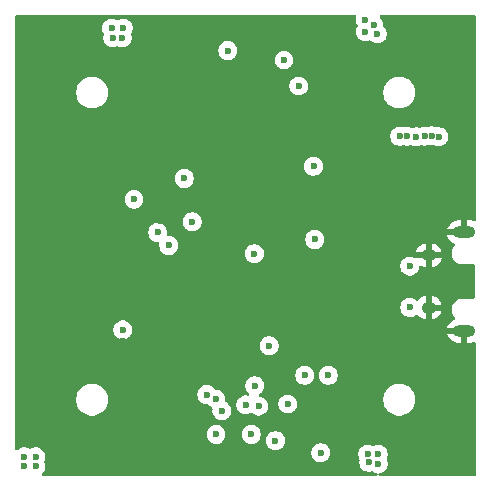
<source format=gbr>
%TF.GenerationSoftware,KiCad,Pcbnew,9.0.3*%
%TF.CreationDate,2025-08-28T18:14:40+08:00*%
%TF.ProjectId,STM_Board,53544d5f-426f-4617-9264-2e6b69636164,rev?*%
%TF.SameCoordinates,Original*%
%TF.FileFunction,Copper,L3,Inr*%
%TF.FilePolarity,Positive*%
%FSLAX46Y46*%
G04 Gerber Fmt 4.6, Leading zero omitted, Abs format (unit mm)*
G04 Created by KiCad (PCBNEW 9.0.3) date 2025-08-28 18:14:40*
%MOMM*%
%LPD*%
G01*
G04 APERTURE LIST*
%TA.AperFunction,HeatsinkPad*%
%ADD10O,1.900000X1.000000*%
%TD*%
%TA.AperFunction,HeatsinkPad*%
%ADD11O,1.250000X1.050000*%
%TD*%
%TA.AperFunction,ViaPad*%
%ADD12C,0.600000*%
%TD*%
G04 APERTURE END LIST*
D10*
%TO.N,GND*%
%TO.C,J1*%
X163694000Y-78175000D03*
D11*
X160694000Y-76225000D03*
X160694000Y-71775000D03*
D10*
X163694000Y-69825000D03*
%TD*%
D12*
%TO.N,GND*%
X159800000Y-75250000D03*
X163150000Y-57150000D03*
X135195000Y-76450000D03*
X162650000Y-57650000D03*
X127250000Y-53150000D03*
X162850000Y-52750000D03*
X140195000Y-82855000D03*
X134800000Y-79050000D03*
X129855231Y-88891616D03*
X134350000Y-70960000D03*
X137650000Y-77100000D03*
X147195000Y-85450000D03*
X150650000Y-87150000D03*
X126450000Y-53150000D03*
X144695000Y-61950000D03*
X149695000Y-59450000D03*
X129450000Y-63150000D03*
X159030144Y-89418728D03*
X131450000Y-52550000D03*
X128850000Y-88850000D03*
X139800000Y-59500000D03*
X157850000Y-52750000D03*
X129950000Y-89650000D03*
X146195000Y-88850000D03*
X132250000Y-52550000D03*
X161195000Y-79450000D03*
X142195000Y-68950000D03*
X163250000Y-58250000D03*
X158750000Y-52750000D03*
X146195000Y-61950000D03*
X133850000Y-88950000D03*
X163030144Y-88618728D03*
X163650000Y-51950000D03*
X162050000Y-58250000D03*
X134050000Y-89650000D03*
X138000000Y-68897646D03*
X134850000Y-88950000D03*
X157650000Y-51950000D03*
X161195000Y-68950000D03*
X144195000Y-89950000D03*
X131550000Y-53350000D03*
X127250000Y-52450000D03*
X132350000Y-53350000D03*
X129050000Y-89650000D03*
X163650000Y-52850000D03*
X162850000Y-54250000D03*
X162050000Y-57050000D03*
X152150000Y-68850000D03*
X162750000Y-52050000D03*
X151650000Y-89650000D03*
X163930144Y-88618728D03*
X158030144Y-88618728D03*
X136695000Y-71450000D03*
X158930144Y-88618728D03*
X134450000Y-66750000D03*
X163130144Y-89418728D03*
X134850000Y-89650000D03*
X153695000Y-67950000D03*
X158230144Y-89418728D03*
X126350000Y-52450000D03*
X158634304Y-51942746D03*
X153597500Y-71852500D03*
X163950000Y-89350000D03*
X151195000Y-82950000D03*
X143195000Y-59950000D03*
%TO.N,/IMU1/3V3*%
X147728550Y-87483550D03*
X151550000Y-88500000D03*
X141919265Y-83574265D03*
X142695000Y-86950000D03*
X151058626Y-70445000D03*
X149695000Y-57450000D03*
X134800000Y-78100000D03*
X135750000Y-67050000D03*
X143695000Y-54450000D03*
X150195000Y-81950000D03*
X140695000Y-68950000D03*
X138695000Y-70950000D03*
X140000000Y-65275000D03*
X145678152Y-86950000D03*
%TO.N,Net-(STM3V3-IN)*%
X150950000Y-64250000D03*
X148450000Y-55250000D03*
%TO.N,/STM32/BATT*%
X127450000Y-88850000D03*
X134750000Y-53350000D03*
X160950000Y-61650000D03*
X159650000Y-61750000D03*
X156050000Y-52250000D03*
X133850000Y-52550000D03*
X158250000Y-61700000D03*
X126450000Y-89650000D03*
X127450000Y-89650000D03*
X126450000Y-88850000D03*
X158850000Y-61700000D03*
X156430144Y-88618728D03*
X160350000Y-61700000D03*
X156350000Y-53050000D03*
X156430144Y-89418728D03*
X155350000Y-52850000D03*
X134850000Y-52550000D03*
X155530144Y-88618728D03*
X133950000Y-53350000D03*
X155630144Y-89318728D03*
X161550000Y-61750000D03*
X155350000Y-51850000D03*
%TO.N,/STM32/S3*%
X152195000Y-81950000D03*
X147195000Y-79450000D03*
%TO.N,Net-(U2-PC5)*%
X145963517Y-82822065D03*
X148775000Y-84375000D03*
%TO.N,/STM32/AP_CS*%
X146296000Y-84551000D03*
X142695000Y-83950000D03*
%TO.N,/STM32/AP_SCLK*%
X143195000Y-84950000D03*
X145200000Y-84450000D03*
%TO.N,/STM32/5V_USB1*%
X159100000Y-72700000D03*
X159100000Y-76200000D03*
%TO.N,/STM32/RX_SBUS*%
X137750000Y-69850000D03*
X145950000Y-71650000D03*
%TD*%
%TA.AperFunction,Conductor*%
%TO.N,GND*%
G36*
X154530484Y-51470185D02*
G01*
X154576239Y-51522989D01*
X154586183Y-51592147D01*
X154581159Y-51610411D01*
X154582031Y-51610676D01*
X154580261Y-51616510D01*
X154549500Y-51771153D01*
X154549500Y-51928846D01*
X154580261Y-52083489D01*
X154580264Y-52083501D01*
X154640602Y-52229172D01*
X154640609Y-52229185D01*
X154675304Y-52281109D01*
X154696182Y-52347786D01*
X154677698Y-52415167D01*
X154675304Y-52418891D01*
X154640609Y-52470814D01*
X154640602Y-52470827D01*
X154580264Y-52616498D01*
X154580261Y-52616510D01*
X154549500Y-52771153D01*
X154549500Y-52928846D01*
X154580261Y-53083489D01*
X154580264Y-53083501D01*
X154640602Y-53229172D01*
X154640609Y-53229185D01*
X154728210Y-53360288D01*
X154728213Y-53360292D01*
X154839707Y-53471786D01*
X154839711Y-53471789D01*
X154970814Y-53559390D01*
X154970827Y-53559397D01*
X155106158Y-53615452D01*
X155116503Y-53619737D01*
X155266131Y-53649500D01*
X155271153Y-53650499D01*
X155271156Y-53650500D01*
X155271158Y-53650500D01*
X155428844Y-53650500D01*
X155428845Y-53650499D01*
X155583497Y-53619737D01*
X155651315Y-53591645D01*
X155720782Y-53584177D01*
X155783261Y-53615452D01*
X155786447Y-53618526D01*
X155839707Y-53671786D01*
X155839711Y-53671789D01*
X155970814Y-53759390D01*
X155970827Y-53759397D01*
X156116498Y-53819735D01*
X156116503Y-53819737D01*
X156271153Y-53850499D01*
X156271156Y-53850500D01*
X156271158Y-53850500D01*
X156428844Y-53850500D01*
X156428845Y-53850499D01*
X156583497Y-53819737D01*
X156729179Y-53759394D01*
X156860289Y-53671789D01*
X156971789Y-53560289D01*
X157059394Y-53429179D01*
X157119737Y-53283497D01*
X157150500Y-53128842D01*
X157150500Y-52971158D01*
X157150500Y-52971155D01*
X157150499Y-52971153D01*
X157142149Y-52929174D01*
X157119737Y-52816503D01*
X157100953Y-52771153D01*
X157059397Y-52670827D01*
X157059390Y-52670814D01*
X156971790Y-52539712D01*
X156971789Y-52539711D01*
X156882502Y-52450424D01*
X156849019Y-52389104D01*
X156848569Y-52338547D01*
X156850500Y-52328841D01*
X156850500Y-52171155D01*
X156850499Y-52171153D01*
X156824353Y-52039711D01*
X156819737Y-52016503D01*
X156783427Y-51928842D01*
X156759397Y-51870827D01*
X156759390Y-51870814D01*
X156671789Y-51739711D01*
X156671786Y-51739707D01*
X156594260Y-51662181D01*
X156560775Y-51600858D01*
X156565759Y-51531166D01*
X156607631Y-51475233D01*
X156673095Y-51450816D01*
X156681941Y-51450500D01*
X164570500Y-51450500D01*
X164637539Y-51470185D01*
X164683294Y-51522989D01*
X164694500Y-51574500D01*
X164694500Y-68785052D01*
X164674815Y-68852091D01*
X164622011Y-68897846D01*
X164552853Y-68907790D01*
X164523048Y-68899614D01*
X164435684Y-68863428D01*
X164435681Y-68863427D01*
X164242495Y-68825000D01*
X163944000Y-68825000D01*
X163944000Y-69525000D01*
X163444000Y-69525000D01*
X163444000Y-68825000D01*
X163145504Y-68825000D01*
X162952318Y-68863427D01*
X162952306Y-68863430D01*
X162770328Y-68938807D01*
X162770315Y-68938814D01*
X162606537Y-69048248D01*
X162606533Y-69048251D01*
X162467251Y-69187533D01*
X162467248Y-69187537D01*
X162357814Y-69351315D01*
X162357807Y-69351328D01*
X162282430Y-69533307D01*
X162282430Y-69533309D01*
X162274138Y-69575000D01*
X163177012Y-69575000D01*
X163159795Y-69584940D01*
X163103940Y-69640795D01*
X163064444Y-69709204D01*
X163044000Y-69785504D01*
X163044000Y-69864496D01*
X163064444Y-69940796D01*
X163103940Y-70009205D01*
X163159795Y-70065060D01*
X163177012Y-70075000D01*
X162274138Y-70075000D01*
X162282430Y-70116690D01*
X162282430Y-70116692D01*
X162357807Y-70298671D01*
X162357814Y-70298684D01*
X162467248Y-70462462D01*
X162467251Y-70462466D01*
X162606533Y-70601748D01*
X162606537Y-70601751D01*
X162770315Y-70711185D01*
X162770328Y-70711192D01*
X162884280Y-70758392D01*
X162938684Y-70802233D01*
X162960749Y-70868527D01*
X162943470Y-70936226D01*
X162924510Y-70960634D01*
X162850115Y-71035029D01*
X162850113Y-71035032D01*
X162748833Y-71186608D01*
X162748831Y-71186612D01*
X162679068Y-71355037D01*
X162679065Y-71355047D01*
X162643500Y-71533843D01*
X162643500Y-71533846D01*
X162643500Y-71716154D01*
X162643500Y-71716156D01*
X162643499Y-71716156D01*
X162679065Y-71894952D01*
X162679068Y-71894962D01*
X162748831Y-72063387D01*
X162748833Y-72063391D01*
X162850113Y-72214967D01*
X162850119Y-72214975D01*
X162979024Y-72343880D01*
X162979032Y-72343886D01*
X163130608Y-72445166D01*
X163130612Y-72445168D01*
X163299037Y-72514931D01*
X163299042Y-72514933D01*
X163299046Y-72514933D01*
X163299047Y-72514934D01*
X163477843Y-72550500D01*
X163477846Y-72550500D01*
X163503108Y-72550500D01*
X164519500Y-72550500D01*
X164586539Y-72570185D01*
X164632294Y-72622989D01*
X164643500Y-72674500D01*
X164643500Y-75325500D01*
X164623815Y-75392539D01*
X164571011Y-75438294D01*
X164519500Y-75449500D01*
X163477844Y-75449500D01*
X163299047Y-75485065D01*
X163299037Y-75485068D01*
X163130612Y-75554831D01*
X163130608Y-75554833D01*
X162979032Y-75656113D01*
X162979024Y-75656119D01*
X162850119Y-75785024D01*
X162850113Y-75785032D01*
X162748833Y-75936608D01*
X162748831Y-75936612D01*
X162679068Y-76105037D01*
X162679065Y-76105047D01*
X162643500Y-76283843D01*
X162643500Y-76283846D01*
X162643500Y-76466154D01*
X162643500Y-76466156D01*
X162643499Y-76466156D01*
X162679065Y-76644952D01*
X162679068Y-76644962D01*
X162748831Y-76813387D01*
X162748833Y-76813391D01*
X162850113Y-76964967D01*
X162850119Y-76964975D01*
X162924509Y-77039365D01*
X162957994Y-77100688D01*
X162953010Y-77170380D01*
X162911138Y-77226313D01*
X162884281Y-77241607D01*
X162770325Y-77288809D01*
X162770315Y-77288814D01*
X162606537Y-77398248D01*
X162606533Y-77398251D01*
X162467251Y-77537533D01*
X162467248Y-77537537D01*
X162357814Y-77701315D01*
X162357807Y-77701328D01*
X162282430Y-77883307D01*
X162282430Y-77883309D01*
X162274138Y-77925000D01*
X163177012Y-77925000D01*
X163159795Y-77934940D01*
X163103940Y-77990795D01*
X163064444Y-78059204D01*
X163044000Y-78135504D01*
X163044000Y-78214496D01*
X163064444Y-78290796D01*
X163103940Y-78359205D01*
X163159795Y-78415060D01*
X163177012Y-78425000D01*
X162274138Y-78425000D01*
X162282430Y-78466690D01*
X162282430Y-78466692D01*
X162357807Y-78648671D01*
X162357814Y-78648684D01*
X162467248Y-78812462D01*
X162467251Y-78812466D01*
X162606533Y-78951748D01*
X162606537Y-78951751D01*
X162770315Y-79061185D01*
X162770328Y-79061192D01*
X162952306Y-79136569D01*
X162952318Y-79136572D01*
X163145504Y-79174999D01*
X163145508Y-79175000D01*
X163444000Y-79175000D01*
X163444000Y-78475000D01*
X163944000Y-78475000D01*
X163944000Y-79175000D01*
X164242492Y-79175000D01*
X164242495Y-79174999D01*
X164435681Y-79136572D01*
X164435689Y-79136570D01*
X164523047Y-79100386D01*
X164592517Y-79092917D01*
X164654996Y-79124192D01*
X164690648Y-79184281D01*
X164694500Y-79214947D01*
X164694500Y-90325500D01*
X164674815Y-90392539D01*
X164622011Y-90438294D01*
X164570500Y-90449500D01*
X156610324Y-90449500D01*
X156543285Y-90429815D01*
X156497530Y-90377011D01*
X156487586Y-90307853D01*
X156516611Y-90244297D01*
X156575389Y-90206523D01*
X156586133Y-90203883D01*
X156625038Y-90196143D01*
X156663641Y-90188465D01*
X156809323Y-90128122D01*
X156940433Y-90040517D01*
X157051933Y-89929017D01*
X157139538Y-89797907D01*
X157199881Y-89652225D01*
X157230644Y-89497570D01*
X157230644Y-89339886D01*
X157230644Y-89339883D01*
X157230643Y-89339881D01*
X157199881Y-89185231D01*
X157173603Y-89121789D01*
X157150569Y-89066180D01*
X157143100Y-88996711D01*
X157150569Y-88971276D01*
X157199879Y-88852229D01*
X157199881Y-88852225D01*
X157230644Y-88697570D01*
X157230644Y-88539886D01*
X157230644Y-88539883D01*
X157230643Y-88539881D01*
X157207027Y-88421158D01*
X157199881Y-88385231D01*
X157181026Y-88339711D01*
X157139541Y-88239555D01*
X157139534Y-88239542D01*
X157051933Y-88108439D01*
X157051930Y-88108435D01*
X156940436Y-87996941D01*
X156940432Y-87996938D01*
X156809329Y-87909337D01*
X156809316Y-87909330D01*
X156663645Y-87848992D01*
X156663633Y-87848989D01*
X156508989Y-87818228D01*
X156508986Y-87818228D01*
X156351302Y-87818228D01*
X156351299Y-87818228D01*
X156196654Y-87848989D01*
X156196642Y-87848992D01*
X156050966Y-87909332D01*
X156050964Y-87909333D01*
X156049029Y-87910627D01*
X156047861Y-87910992D01*
X156045595Y-87912204D01*
X156045365Y-87911773D01*
X155982350Y-87931501D01*
X155914971Y-87913013D01*
X155911259Y-87910627D01*
X155909323Y-87909333D01*
X155909321Y-87909332D01*
X155763645Y-87848992D01*
X155763633Y-87848989D01*
X155608989Y-87818228D01*
X155608986Y-87818228D01*
X155451302Y-87818228D01*
X155451299Y-87818228D01*
X155296654Y-87848989D01*
X155296642Y-87848992D01*
X155150971Y-87909330D01*
X155150958Y-87909337D01*
X155019855Y-87996938D01*
X155019851Y-87996941D01*
X154908357Y-88108435D01*
X154908354Y-88108439D01*
X154820753Y-88239542D01*
X154820746Y-88239555D01*
X154760408Y-88385226D01*
X154760405Y-88385238D01*
X154729644Y-88539881D01*
X154729644Y-88697574D01*
X154760405Y-88852217D01*
X154760408Y-88852229D01*
X154820746Y-88997899D01*
X154820753Y-88997912D01*
X154836159Y-89020968D01*
X154857037Y-89087645D01*
X154854674Y-89114051D01*
X154829644Y-89239883D01*
X154829644Y-89397574D01*
X154860405Y-89552217D01*
X154860408Y-89552229D01*
X154920746Y-89697900D01*
X154920753Y-89697913D01*
X155008354Y-89829016D01*
X155008357Y-89829020D01*
X155119851Y-89940514D01*
X155119855Y-89940517D01*
X155250958Y-90028118D01*
X155250971Y-90028125D01*
X155396642Y-90088463D01*
X155396647Y-90088465D01*
X155551297Y-90119227D01*
X155551300Y-90119228D01*
X155551302Y-90119228D01*
X155708988Y-90119228D01*
X155708989Y-90119227D01*
X155863641Y-90088465D01*
X155881407Y-90081105D01*
X155950874Y-90073637D01*
X155997750Y-90092565D01*
X156050965Y-90128122D01*
X156050967Y-90128123D01*
X156050971Y-90128125D01*
X156196642Y-90188463D01*
X156196647Y-90188465D01*
X156227419Y-90194586D01*
X156274155Y-90203883D01*
X156336066Y-90236268D01*
X156370641Y-90296984D01*
X156366901Y-90366753D01*
X156326034Y-90423425D01*
X156261016Y-90449006D01*
X156249964Y-90449500D01*
X128081941Y-90449500D01*
X128014902Y-90429815D01*
X127969147Y-90377011D01*
X127959203Y-90307853D01*
X127988228Y-90244297D01*
X127994260Y-90237819D01*
X128071786Y-90160292D01*
X128071789Y-90160289D01*
X128159394Y-90029179D01*
X128159834Y-90028118D01*
X128200882Y-89929017D01*
X128219737Y-89883497D01*
X128250500Y-89728842D01*
X128250500Y-89571158D01*
X128250500Y-89571155D01*
X128250499Y-89571153D01*
X128219738Y-89416510D01*
X128219737Y-89416503D01*
X128204500Y-89379717D01*
X128170425Y-89297452D01*
X128162956Y-89227983D01*
X128170425Y-89202548D01*
X128218019Y-89087645D01*
X128219737Y-89083497D01*
X128250500Y-88928842D01*
X128250500Y-88771158D01*
X128250500Y-88771155D01*
X128250499Y-88771153D01*
X128219737Y-88616503D01*
X128204138Y-88578844D01*
X128159394Y-88470820D01*
X128126207Y-88421153D01*
X150749500Y-88421153D01*
X150749500Y-88578846D01*
X150780261Y-88733489D01*
X150780264Y-88733501D01*
X150840602Y-88879172D01*
X150840609Y-88879185D01*
X150928210Y-89010288D01*
X150928213Y-89010292D01*
X151039707Y-89121786D01*
X151039711Y-89121789D01*
X151170814Y-89209390D01*
X151170827Y-89209397D01*
X151268853Y-89250000D01*
X151316503Y-89269737D01*
X151455835Y-89297452D01*
X151471153Y-89300499D01*
X151471156Y-89300500D01*
X151471158Y-89300500D01*
X151628844Y-89300500D01*
X151628845Y-89300499D01*
X151783497Y-89269737D01*
X151929179Y-89209394D01*
X152060289Y-89121789D01*
X152171789Y-89010289D01*
X152259394Y-88879179D01*
X152319737Y-88733497D01*
X152350500Y-88578842D01*
X152350500Y-88421158D01*
X152350500Y-88421155D01*
X152350499Y-88421153D01*
X152319738Y-88266510D01*
X152319737Y-88266503D01*
X152314262Y-88253285D01*
X152259397Y-88120827D01*
X152259390Y-88120814D01*
X152171789Y-87989711D01*
X152171786Y-87989707D01*
X152060292Y-87878213D01*
X152060288Y-87878210D01*
X151929185Y-87790609D01*
X151929172Y-87790602D01*
X151783501Y-87730264D01*
X151783489Y-87730261D01*
X151628845Y-87699500D01*
X151628842Y-87699500D01*
X151471158Y-87699500D01*
X151471155Y-87699500D01*
X151316510Y-87730261D01*
X151316498Y-87730264D01*
X151170827Y-87790602D01*
X151170814Y-87790609D01*
X151039711Y-87878210D01*
X151039707Y-87878213D01*
X150928213Y-87989707D01*
X150928210Y-87989711D01*
X150840609Y-88120814D01*
X150840602Y-88120827D01*
X150780264Y-88266498D01*
X150780261Y-88266510D01*
X150749500Y-88421153D01*
X128126207Y-88421153D01*
X128071789Y-88339711D01*
X128071786Y-88339707D01*
X127960292Y-88228213D01*
X127960288Y-88228210D01*
X127829185Y-88140609D01*
X127829172Y-88140602D01*
X127683501Y-88080264D01*
X127683489Y-88080261D01*
X127528845Y-88049500D01*
X127528842Y-88049500D01*
X127371158Y-88049500D01*
X127371155Y-88049500D01*
X127216510Y-88080261D01*
X127216498Y-88080264D01*
X127070827Y-88140602D01*
X127070814Y-88140609D01*
X127018891Y-88175304D01*
X126952214Y-88196182D01*
X126884833Y-88177698D01*
X126881109Y-88175304D01*
X126829185Y-88140609D01*
X126829172Y-88140602D01*
X126683501Y-88080264D01*
X126683489Y-88080261D01*
X126528845Y-88049500D01*
X126528842Y-88049500D01*
X126371158Y-88049500D01*
X126371155Y-88049500D01*
X126216510Y-88080261D01*
X126216498Y-88080264D01*
X126070827Y-88140602D01*
X126070814Y-88140609D01*
X125939711Y-88228210D01*
X125939707Y-88228213D01*
X125907181Y-88260740D01*
X125845858Y-88294225D01*
X125776166Y-88289241D01*
X125720233Y-88247369D01*
X125695816Y-88181905D01*
X125695500Y-88173059D01*
X125695500Y-86871153D01*
X141894500Y-86871153D01*
X141894500Y-87028846D01*
X141925261Y-87183489D01*
X141925264Y-87183501D01*
X141985602Y-87329172D01*
X141985609Y-87329185D01*
X142073210Y-87460288D01*
X142073213Y-87460292D01*
X142184707Y-87571786D01*
X142184711Y-87571789D01*
X142315814Y-87659390D01*
X142315827Y-87659397D01*
X142455018Y-87717051D01*
X142461503Y-87719737D01*
X142616153Y-87750499D01*
X142616156Y-87750500D01*
X142616158Y-87750500D01*
X142773844Y-87750500D01*
X142773845Y-87750499D01*
X142928497Y-87719737D01*
X143074179Y-87659394D01*
X143205289Y-87571789D01*
X143316789Y-87460289D01*
X143404394Y-87329179D01*
X143464737Y-87183497D01*
X143495500Y-87028842D01*
X143495500Y-86871158D01*
X143495500Y-86871155D01*
X143495499Y-86871153D01*
X144877652Y-86871153D01*
X144877652Y-87028846D01*
X144908413Y-87183489D01*
X144908416Y-87183501D01*
X144968754Y-87329172D01*
X144968761Y-87329185D01*
X145056362Y-87460288D01*
X145056365Y-87460292D01*
X145167859Y-87571786D01*
X145167863Y-87571789D01*
X145298966Y-87659390D01*
X145298979Y-87659397D01*
X145438170Y-87717051D01*
X145444655Y-87719737D01*
X145599305Y-87750499D01*
X145599308Y-87750500D01*
X145599310Y-87750500D01*
X145756996Y-87750500D01*
X145756997Y-87750499D01*
X145911649Y-87719737D01*
X146057331Y-87659394D01*
X146188441Y-87571789D01*
X146299941Y-87460289D01*
X146337082Y-87404703D01*
X146928050Y-87404703D01*
X146928050Y-87562396D01*
X146958811Y-87717039D01*
X146958814Y-87717051D01*
X147019152Y-87862722D01*
X147019159Y-87862735D01*
X147106760Y-87993838D01*
X147106763Y-87993842D01*
X147218257Y-88105336D01*
X147218261Y-88105339D01*
X147349364Y-88192940D01*
X147349377Y-88192947D01*
X147495048Y-88253285D01*
X147495053Y-88253287D01*
X147649703Y-88284049D01*
X147649706Y-88284050D01*
X147649708Y-88284050D01*
X147807394Y-88284050D01*
X147807395Y-88284049D01*
X147962047Y-88253287D01*
X148107729Y-88192944D01*
X148238839Y-88105339D01*
X148350339Y-87993839D01*
X148437944Y-87862729D01*
X148498287Y-87717047D01*
X148529050Y-87562392D01*
X148529050Y-87404708D01*
X148529050Y-87404705D01*
X148529049Y-87404703D01*
X148498287Y-87250053D01*
X148498285Y-87250048D01*
X148437947Y-87104377D01*
X148437940Y-87104364D01*
X148350339Y-86973261D01*
X148350336Y-86973257D01*
X148238842Y-86861763D01*
X148238838Y-86861760D01*
X148107735Y-86774159D01*
X148107722Y-86774152D01*
X147962051Y-86713814D01*
X147962039Y-86713811D01*
X147807395Y-86683050D01*
X147807392Y-86683050D01*
X147649708Y-86683050D01*
X147649705Y-86683050D01*
X147495060Y-86713811D01*
X147495048Y-86713814D01*
X147349377Y-86774152D01*
X147349364Y-86774159D01*
X147218261Y-86861760D01*
X147218257Y-86861763D01*
X147106763Y-86973257D01*
X147106760Y-86973261D01*
X147019159Y-87104364D01*
X147019152Y-87104377D01*
X146958814Y-87250048D01*
X146958811Y-87250060D01*
X146928050Y-87404703D01*
X146337082Y-87404703D01*
X146387546Y-87329179D01*
X146447889Y-87183497D01*
X146478652Y-87028842D01*
X146478652Y-86871158D01*
X146478652Y-86871155D01*
X146478651Y-86871153D01*
X146476783Y-86861760D01*
X146447889Y-86716503D01*
X146446774Y-86713811D01*
X146387549Y-86570827D01*
X146387542Y-86570814D01*
X146299941Y-86439711D01*
X146299938Y-86439707D01*
X146188444Y-86328213D01*
X146188440Y-86328210D01*
X146057337Y-86240609D01*
X146057324Y-86240602D01*
X145911653Y-86180264D01*
X145911641Y-86180261D01*
X145756997Y-86149500D01*
X145756994Y-86149500D01*
X145599310Y-86149500D01*
X145599307Y-86149500D01*
X145444662Y-86180261D01*
X145444650Y-86180264D01*
X145298979Y-86240602D01*
X145298966Y-86240609D01*
X145167863Y-86328210D01*
X145167859Y-86328213D01*
X145056365Y-86439707D01*
X145056362Y-86439711D01*
X144968761Y-86570814D01*
X144968754Y-86570827D01*
X144908416Y-86716498D01*
X144908413Y-86716510D01*
X144877652Y-86871153D01*
X143495499Y-86871153D01*
X143493631Y-86861760D01*
X143464737Y-86716503D01*
X143463622Y-86713811D01*
X143404397Y-86570827D01*
X143404390Y-86570814D01*
X143316789Y-86439711D01*
X143316786Y-86439707D01*
X143205292Y-86328213D01*
X143205288Y-86328210D01*
X143074185Y-86240609D01*
X143074172Y-86240602D01*
X142928501Y-86180264D01*
X142928489Y-86180261D01*
X142773845Y-86149500D01*
X142773842Y-86149500D01*
X142616158Y-86149500D01*
X142616155Y-86149500D01*
X142461510Y-86180261D01*
X142461498Y-86180264D01*
X142315827Y-86240602D01*
X142315814Y-86240609D01*
X142184711Y-86328210D01*
X142184707Y-86328213D01*
X142073213Y-86439707D01*
X142073210Y-86439711D01*
X141985609Y-86570814D01*
X141985602Y-86570827D01*
X141925264Y-86716498D01*
X141925261Y-86716510D01*
X141894500Y-86871153D01*
X125695500Y-86871153D01*
X125695500Y-83893713D01*
X130849500Y-83893713D01*
X130849500Y-84106286D01*
X130877593Y-84283662D01*
X130882754Y-84316243D01*
X130933412Y-84472153D01*
X130948444Y-84518414D01*
X131044951Y-84707820D01*
X131169890Y-84879786D01*
X131320213Y-85030109D01*
X131492179Y-85155048D01*
X131492181Y-85155049D01*
X131492184Y-85155051D01*
X131681588Y-85251557D01*
X131883757Y-85317246D01*
X132093713Y-85350500D01*
X132093714Y-85350500D01*
X132306286Y-85350500D01*
X132306287Y-85350500D01*
X132516243Y-85317246D01*
X132718412Y-85251557D01*
X132907816Y-85155051D01*
X133005068Y-85084394D01*
X133079786Y-85030109D01*
X133079788Y-85030106D01*
X133079792Y-85030104D01*
X133230104Y-84879792D01*
X133230106Y-84879788D01*
X133230109Y-84879786D01*
X133355048Y-84707820D01*
X133355047Y-84707820D01*
X133355051Y-84707816D01*
X133451557Y-84518412D01*
X133517246Y-84316243D01*
X133550500Y-84106287D01*
X133550500Y-83893713D01*
X133517246Y-83683757D01*
X133456051Y-83495418D01*
X141118765Y-83495418D01*
X141118765Y-83653111D01*
X141149526Y-83807754D01*
X141149529Y-83807766D01*
X141209867Y-83953437D01*
X141209874Y-83953450D01*
X141297475Y-84084553D01*
X141297478Y-84084557D01*
X141408972Y-84196051D01*
X141408976Y-84196054D01*
X141540079Y-84283655D01*
X141540092Y-84283662D01*
X141685763Y-84344000D01*
X141685768Y-84344002D01*
X141822290Y-84371158D01*
X141840418Y-84374764D01*
X141840421Y-84374765D01*
X141949786Y-84374765D01*
X142016825Y-84394450D01*
X142052888Y-84429874D01*
X142073210Y-84460288D01*
X142073213Y-84460292D01*
X142184707Y-84571786D01*
X142184711Y-84571789D01*
X142315817Y-84659392D01*
X142315819Y-84659393D01*
X142315821Y-84659394D01*
X142333409Y-84666679D01*
X142387812Y-84710520D01*
X142409877Y-84776814D01*
X142407573Y-84805431D01*
X142394500Y-84871153D01*
X142394500Y-85028846D01*
X142425261Y-85183489D01*
X142425264Y-85183501D01*
X142485602Y-85329172D01*
X142485609Y-85329185D01*
X142573210Y-85460288D01*
X142573213Y-85460292D01*
X142684707Y-85571786D01*
X142684711Y-85571789D01*
X142815814Y-85659390D01*
X142815827Y-85659397D01*
X142961498Y-85719735D01*
X142961503Y-85719737D01*
X143116153Y-85750499D01*
X143116156Y-85750500D01*
X143116158Y-85750500D01*
X143273844Y-85750500D01*
X143273845Y-85750499D01*
X143428497Y-85719737D01*
X143574179Y-85659394D01*
X143705289Y-85571789D01*
X143816789Y-85460289D01*
X143904394Y-85329179D01*
X143964737Y-85183497D01*
X143995500Y-85028842D01*
X143995500Y-84871158D01*
X143995500Y-84871155D01*
X143995499Y-84871153D01*
X143978260Y-84784489D01*
X143964737Y-84716503D01*
X143962259Y-84710520D01*
X143904397Y-84570827D01*
X143904390Y-84570814D01*
X143816790Y-84439712D01*
X143816784Y-84439705D01*
X143748232Y-84371153D01*
X144399500Y-84371153D01*
X144399500Y-84528846D01*
X144430261Y-84683489D01*
X144430264Y-84683501D01*
X144490602Y-84829172D01*
X144490609Y-84829185D01*
X144578210Y-84960288D01*
X144578213Y-84960292D01*
X144689707Y-85071786D01*
X144689711Y-85071789D01*
X144820814Y-85159390D01*
X144820827Y-85159397D01*
X144966498Y-85219735D01*
X144966503Y-85219737D01*
X145121153Y-85250499D01*
X145121156Y-85250500D01*
X145121158Y-85250500D01*
X145278844Y-85250500D01*
X145278845Y-85250499D01*
X145433497Y-85219737D01*
X145579179Y-85159394D01*
X145610342Y-85138571D01*
X145677017Y-85117693D01*
X145744397Y-85136176D01*
X145766916Y-85153994D01*
X145785708Y-85172787D01*
X145785711Y-85172789D01*
X145916814Y-85260390D01*
X145916827Y-85260397D01*
X146054075Y-85317246D01*
X146062503Y-85320737D01*
X146212131Y-85350500D01*
X146217153Y-85351499D01*
X146217156Y-85351500D01*
X146217158Y-85351500D01*
X146374844Y-85351500D01*
X146374845Y-85351499D01*
X146529497Y-85320737D01*
X146675179Y-85260394D01*
X146806289Y-85172789D01*
X146917789Y-85061289D01*
X147005394Y-84930179D01*
X147065737Y-84784497D01*
X147096500Y-84629842D01*
X147096500Y-84472158D01*
X147096500Y-84472155D01*
X147096499Y-84472153D01*
X147065739Y-84317511D01*
X147065735Y-84317498D01*
X147056894Y-84296153D01*
X147974500Y-84296153D01*
X147974500Y-84453846D01*
X148005261Y-84608489D01*
X148005264Y-84608501D01*
X148065602Y-84754172D01*
X148065609Y-84754185D01*
X148153210Y-84885288D01*
X148153213Y-84885292D01*
X148264707Y-84996786D01*
X148264711Y-84996789D01*
X148395814Y-85084390D01*
X148395827Y-85084397D01*
X148526619Y-85138572D01*
X148541503Y-85144737D01*
X148682514Y-85172786D01*
X148696153Y-85175499D01*
X148696156Y-85175500D01*
X148696158Y-85175500D01*
X148853844Y-85175500D01*
X148853845Y-85175499D01*
X149008497Y-85144737D01*
X149154179Y-85084394D01*
X149285289Y-84996789D01*
X149396789Y-84885289D01*
X149484394Y-84754179D01*
X149544737Y-84608497D01*
X149575500Y-84453842D01*
X149575500Y-84296158D01*
X149575500Y-84296155D01*
X149575499Y-84296153D01*
X149573013Y-84283655D01*
X149544737Y-84141503D01*
X149525295Y-84094566D01*
X149484397Y-83995827D01*
X149484395Y-83995823D01*
X149484394Y-83995821D01*
X149446902Y-83939711D01*
X149416167Y-83893713D01*
X156849500Y-83893713D01*
X156849500Y-84106286D01*
X156877593Y-84283662D01*
X156882754Y-84316243D01*
X156933412Y-84472153D01*
X156948444Y-84518414D01*
X157044951Y-84707820D01*
X157169890Y-84879786D01*
X157320213Y-85030109D01*
X157492179Y-85155048D01*
X157492181Y-85155049D01*
X157492184Y-85155051D01*
X157681588Y-85251557D01*
X157883757Y-85317246D01*
X158093713Y-85350500D01*
X158093714Y-85350500D01*
X158306286Y-85350500D01*
X158306287Y-85350500D01*
X158516243Y-85317246D01*
X158718412Y-85251557D01*
X158907816Y-85155051D01*
X159005068Y-85084394D01*
X159079786Y-85030109D01*
X159079788Y-85030106D01*
X159079792Y-85030104D01*
X159230104Y-84879792D01*
X159230106Y-84879788D01*
X159230109Y-84879786D01*
X159355048Y-84707820D01*
X159355047Y-84707820D01*
X159355051Y-84707816D01*
X159451557Y-84518412D01*
X159517246Y-84316243D01*
X159550500Y-84106287D01*
X159550500Y-83893713D01*
X159517246Y-83683757D01*
X159451557Y-83481588D01*
X159355051Y-83292184D01*
X159355049Y-83292181D01*
X159355048Y-83292179D01*
X159230109Y-83120213D01*
X159079786Y-82969890D01*
X158907820Y-82844951D01*
X158718414Y-82748444D01*
X158718413Y-82748443D01*
X158718412Y-82748443D01*
X158516243Y-82682754D01*
X158516241Y-82682753D01*
X158516240Y-82682753D01*
X158354957Y-82657208D01*
X158306287Y-82649500D01*
X158093713Y-82649500D01*
X158045042Y-82657208D01*
X157883760Y-82682753D01*
X157681585Y-82748444D01*
X157492179Y-82844951D01*
X157320213Y-82969890D01*
X157169890Y-83120213D01*
X157044951Y-83292179D01*
X156948444Y-83481585D01*
X156882753Y-83683760D01*
X156849500Y-83893713D01*
X149416167Y-83893713D01*
X149396789Y-83864711D01*
X149396786Y-83864707D01*
X149285292Y-83753213D01*
X149285288Y-83753210D01*
X149154185Y-83665609D01*
X149154172Y-83665602D01*
X149008501Y-83605264D01*
X149008489Y-83605261D01*
X148853845Y-83574500D01*
X148853842Y-83574500D01*
X148696158Y-83574500D01*
X148696155Y-83574500D01*
X148541510Y-83605261D01*
X148541498Y-83605264D01*
X148395827Y-83665602D01*
X148395814Y-83665609D01*
X148264711Y-83753210D01*
X148264707Y-83753213D01*
X148153213Y-83864707D01*
X148153210Y-83864711D01*
X148065609Y-83995814D01*
X148065602Y-83995827D01*
X148005264Y-84141498D01*
X148005261Y-84141510D01*
X147974500Y-84296153D01*
X147056894Y-84296153D01*
X147005397Y-84171827D01*
X147005390Y-84171814D01*
X146917789Y-84040711D01*
X146917786Y-84040707D01*
X146806292Y-83929213D01*
X146806288Y-83929210D01*
X146675185Y-83841609D01*
X146675172Y-83841602D01*
X146529501Y-83781264D01*
X146529491Y-83781261D01*
X146391064Y-83753726D01*
X146329153Y-83721341D01*
X146294579Y-83660625D01*
X146298319Y-83590856D01*
X146339186Y-83534184D01*
X146346366Y-83529007D01*
X146417333Y-83481588D01*
X146473806Y-83443854D01*
X146585306Y-83332354D01*
X146672911Y-83201244D01*
X146733254Y-83055562D01*
X146764017Y-82900907D01*
X146764017Y-82743223D01*
X146764017Y-82743220D01*
X146764016Y-82743218D01*
X146733254Y-82588568D01*
X146680120Y-82460289D01*
X146672914Y-82442892D01*
X146672907Y-82442879D01*
X146585306Y-82311776D01*
X146585303Y-82311772D01*
X146473809Y-82200278D01*
X146473805Y-82200275D01*
X146342702Y-82112674D01*
X146342689Y-82112667D01*
X146197018Y-82052329D01*
X146197006Y-82052326D01*
X146042362Y-82021565D01*
X146042359Y-82021565D01*
X145884675Y-82021565D01*
X145884672Y-82021565D01*
X145730027Y-82052326D01*
X145730015Y-82052329D01*
X145584344Y-82112667D01*
X145584331Y-82112674D01*
X145453228Y-82200275D01*
X145453224Y-82200278D01*
X145341730Y-82311772D01*
X145341727Y-82311776D01*
X145254126Y-82442879D01*
X145254119Y-82442892D01*
X145193781Y-82588563D01*
X145193778Y-82588575D01*
X145163017Y-82743218D01*
X145163017Y-82900911D01*
X145193778Y-83055554D01*
X145193781Y-83055566D01*
X145254119Y-83201237D01*
X145254126Y-83201250D01*
X145341727Y-83332353D01*
X145341730Y-83332357D01*
X145453225Y-83443852D01*
X145457089Y-83447023D01*
X145496426Y-83504767D01*
X145498299Y-83574612D01*
X145462114Y-83634382D01*
X145399359Y-83665100D01*
X145354237Y-83664496D01*
X145278846Y-83649500D01*
X145278842Y-83649500D01*
X145121158Y-83649500D01*
X145121155Y-83649500D01*
X144966510Y-83680261D01*
X144966498Y-83680264D01*
X144820827Y-83740602D01*
X144820814Y-83740609D01*
X144689711Y-83828210D01*
X144689707Y-83828213D01*
X144578213Y-83939707D01*
X144578210Y-83939711D01*
X144490609Y-84070814D01*
X144490602Y-84070827D01*
X144430264Y-84216498D01*
X144430261Y-84216510D01*
X144399500Y-84371153D01*
X143748232Y-84371153D01*
X143705292Y-84328213D01*
X143705288Y-84328210D01*
X143574185Y-84240609D01*
X143574179Y-84240606D01*
X143556589Y-84233320D01*
X143502186Y-84189478D01*
X143480122Y-84123184D01*
X143482425Y-84094571D01*
X143495500Y-84028842D01*
X143495500Y-83871158D01*
X143495500Y-83871155D01*
X143495499Y-83871153D01*
X143477619Y-83781264D01*
X143464737Y-83716503D01*
X143451173Y-83683757D01*
X143404397Y-83570827D01*
X143404390Y-83570814D01*
X143316789Y-83439711D01*
X143316786Y-83439707D01*
X143205292Y-83328213D01*
X143205288Y-83328210D01*
X143074185Y-83240609D01*
X143074172Y-83240602D01*
X142928501Y-83180264D01*
X142928489Y-83180261D01*
X142773845Y-83149500D01*
X142773842Y-83149500D01*
X142664479Y-83149500D01*
X142597440Y-83129815D01*
X142561377Y-83094391D01*
X142541054Y-83063976D01*
X142541051Y-83063972D01*
X142429557Y-82952478D01*
X142429553Y-82952475D01*
X142298450Y-82864874D01*
X142298437Y-82864867D01*
X142152766Y-82804529D01*
X142152754Y-82804526D01*
X141998110Y-82773765D01*
X141998107Y-82773765D01*
X141840423Y-82773765D01*
X141840420Y-82773765D01*
X141685775Y-82804526D01*
X141685763Y-82804529D01*
X141540092Y-82864867D01*
X141540079Y-82864874D01*
X141408976Y-82952475D01*
X141408972Y-82952478D01*
X141297478Y-83063972D01*
X141297475Y-83063976D01*
X141209874Y-83195079D01*
X141209867Y-83195092D01*
X141149529Y-83340763D01*
X141149526Y-83340775D01*
X141118765Y-83495418D01*
X133456051Y-83495418D01*
X133451557Y-83481588D01*
X133451555Y-83481585D01*
X133451555Y-83481583D01*
X133375520Y-83332357D01*
X133355051Y-83292184D01*
X133355049Y-83292181D01*
X133355048Y-83292179D01*
X133230109Y-83120213D01*
X133079786Y-82969890D01*
X132907820Y-82844951D01*
X132718414Y-82748444D01*
X132718413Y-82748443D01*
X132718412Y-82748443D01*
X132516243Y-82682754D01*
X132516241Y-82682753D01*
X132516240Y-82682753D01*
X132354957Y-82657208D01*
X132306287Y-82649500D01*
X132093713Y-82649500D01*
X132045042Y-82657208D01*
X131883760Y-82682753D01*
X131681585Y-82748444D01*
X131492179Y-82844951D01*
X131320213Y-82969890D01*
X131169890Y-83120213D01*
X131044951Y-83292179D01*
X130948444Y-83481585D01*
X130882753Y-83683760D01*
X130849500Y-83893713D01*
X125695500Y-83893713D01*
X125695500Y-81871153D01*
X149394500Y-81871153D01*
X149394500Y-82028846D01*
X149425261Y-82183489D01*
X149425264Y-82183501D01*
X149485602Y-82329172D01*
X149485609Y-82329185D01*
X149573210Y-82460288D01*
X149573213Y-82460292D01*
X149684707Y-82571786D01*
X149684711Y-82571789D01*
X149815814Y-82659390D01*
X149815827Y-82659397D01*
X149872217Y-82682754D01*
X149961503Y-82719737D01*
X150105817Y-82748443D01*
X150116153Y-82750499D01*
X150116156Y-82750500D01*
X150116158Y-82750500D01*
X150273844Y-82750500D01*
X150273845Y-82750499D01*
X150428497Y-82719737D01*
X150574179Y-82659394D01*
X150705289Y-82571789D01*
X150816789Y-82460289D01*
X150904394Y-82329179D01*
X150964737Y-82183497D01*
X150995500Y-82028842D01*
X150995500Y-81871158D01*
X150995500Y-81871155D01*
X150995499Y-81871153D01*
X151394500Y-81871153D01*
X151394500Y-82028846D01*
X151425261Y-82183489D01*
X151425264Y-82183501D01*
X151485602Y-82329172D01*
X151485609Y-82329185D01*
X151573210Y-82460288D01*
X151573213Y-82460292D01*
X151684707Y-82571786D01*
X151684711Y-82571789D01*
X151815814Y-82659390D01*
X151815827Y-82659397D01*
X151872217Y-82682754D01*
X151961503Y-82719737D01*
X152105817Y-82748443D01*
X152116153Y-82750499D01*
X152116156Y-82750500D01*
X152116158Y-82750500D01*
X152273844Y-82750500D01*
X152273845Y-82750499D01*
X152428497Y-82719737D01*
X152574179Y-82659394D01*
X152705289Y-82571789D01*
X152816789Y-82460289D01*
X152904394Y-82329179D01*
X152964737Y-82183497D01*
X152995500Y-82028842D01*
X152995500Y-81871158D01*
X152995500Y-81871155D01*
X152995499Y-81871153D01*
X152964738Y-81716510D01*
X152964737Y-81716503D01*
X152964735Y-81716498D01*
X152904397Y-81570827D01*
X152904390Y-81570814D01*
X152816789Y-81439711D01*
X152816786Y-81439707D01*
X152705292Y-81328213D01*
X152705288Y-81328210D01*
X152574185Y-81240609D01*
X152574172Y-81240602D01*
X152428501Y-81180264D01*
X152428489Y-81180261D01*
X152273845Y-81149500D01*
X152273842Y-81149500D01*
X152116158Y-81149500D01*
X152116155Y-81149500D01*
X151961510Y-81180261D01*
X151961498Y-81180264D01*
X151815827Y-81240602D01*
X151815814Y-81240609D01*
X151684711Y-81328210D01*
X151684707Y-81328213D01*
X151573213Y-81439707D01*
X151573210Y-81439711D01*
X151485609Y-81570814D01*
X151485602Y-81570827D01*
X151425264Y-81716498D01*
X151425261Y-81716510D01*
X151394500Y-81871153D01*
X150995499Y-81871153D01*
X150964738Y-81716510D01*
X150964737Y-81716503D01*
X150964735Y-81716498D01*
X150904397Y-81570827D01*
X150904390Y-81570814D01*
X150816789Y-81439711D01*
X150816786Y-81439707D01*
X150705292Y-81328213D01*
X150705288Y-81328210D01*
X150574185Y-81240609D01*
X150574172Y-81240602D01*
X150428501Y-81180264D01*
X150428489Y-81180261D01*
X150273845Y-81149500D01*
X150273842Y-81149500D01*
X150116158Y-81149500D01*
X150116155Y-81149500D01*
X149961510Y-81180261D01*
X149961498Y-81180264D01*
X149815827Y-81240602D01*
X149815814Y-81240609D01*
X149684711Y-81328210D01*
X149684707Y-81328213D01*
X149573213Y-81439707D01*
X149573210Y-81439711D01*
X149485609Y-81570814D01*
X149485602Y-81570827D01*
X149425264Y-81716498D01*
X149425261Y-81716510D01*
X149394500Y-81871153D01*
X125695500Y-81871153D01*
X125695500Y-79371153D01*
X146394500Y-79371153D01*
X146394500Y-79528846D01*
X146425261Y-79683489D01*
X146425264Y-79683501D01*
X146485602Y-79829172D01*
X146485609Y-79829185D01*
X146573210Y-79960288D01*
X146573213Y-79960292D01*
X146684707Y-80071786D01*
X146684711Y-80071789D01*
X146815814Y-80159390D01*
X146815827Y-80159397D01*
X146961498Y-80219735D01*
X146961503Y-80219737D01*
X147116153Y-80250499D01*
X147116156Y-80250500D01*
X147116158Y-80250500D01*
X147273844Y-80250500D01*
X147273845Y-80250499D01*
X147428497Y-80219737D01*
X147574179Y-80159394D01*
X147705289Y-80071789D01*
X147816789Y-79960289D01*
X147904394Y-79829179D01*
X147964737Y-79683497D01*
X147995500Y-79528842D01*
X147995500Y-79371158D01*
X147995500Y-79371155D01*
X147995499Y-79371153D01*
X147964738Y-79216510D01*
X147964737Y-79216503D01*
X147964735Y-79216498D01*
X147904397Y-79070827D01*
X147904390Y-79070814D01*
X147816789Y-78939711D01*
X147816786Y-78939707D01*
X147705292Y-78828213D01*
X147705288Y-78828210D01*
X147574185Y-78740609D01*
X147574172Y-78740602D01*
X147428501Y-78680264D01*
X147428489Y-78680261D01*
X147273845Y-78649500D01*
X147273842Y-78649500D01*
X147116158Y-78649500D01*
X147116155Y-78649500D01*
X146961510Y-78680261D01*
X146961498Y-78680264D01*
X146815827Y-78740602D01*
X146815814Y-78740609D01*
X146684711Y-78828210D01*
X146684707Y-78828213D01*
X146573213Y-78939707D01*
X146573210Y-78939711D01*
X146485609Y-79070814D01*
X146485602Y-79070827D01*
X146425264Y-79216498D01*
X146425261Y-79216510D01*
X146394500Y-79371153D01*
X125695500Y-79371153D01*
X125695500Y-78021153D01*
X133999500Y-78021153D01*
X133999500Y-78178846D01*
X134030261Y-78333489D01*
X134030264Y-78333501D01*
X134090602Y-78479172D01*
X134090609Y-78479185D01*
X134178210Y-78610288D01*
X134178213Y-78610292D01*
X134289707Y-78721786D01*
X134289711Y-78721789D01*
X134420814Y-78809390D01*
X134420827Y-78809397D01*
X134466254Y-78828213D01*
X134566503Y-78869737D01*
X134721153Y-78900499D01*
X134721156Y-78900500D01*
X134721158Y-78900500D01*
X134878844Y-78900500D01*
X134878845Y-78900499D01*
X135033497Y-78869737D01*
X135146166Y-78823067D01*
X135179172Y-78809397D01*
X135179172Y-78809396D01*
X135179179Y-78809394D01*
X135310289Y-78721789D01*
X135421789Y-78610289D01*
X135509394Y-78479179D01*
X135535953Y-78415060D01*
X135565297Y-78344217D01*
X135569735Y-78333501D01*
X135569737Y-78333497D01*
X135600500Y-78178842D01*
X135600500Y-78021158D01*
X135600500Y-78021155D01*
X135600499Y-78021153D01*
X135581373Y-77925000D01*
X135569737Y-77866503D01*
X135569735Y-77866498D01*
X135509397Y-77720827D01*
X135509390Y-77720814D01*
X135421789Y-77589711D01*
X135421786Y-77589707D01*
X135310292Y-77478213D01*
X135310288Y-77478210D01*
X135179185Y-77390609D01*
X135179172Y-77390602D01*
X135033501Y-77330264D01*
X135033489Y-77330261D01*
X134878845Y-77299500D01*
X134878842Y-77299500D01*
X134721158Y-77299500D01*
X134721155Y-77299500D01*
X134566510Y-77330261D01*
X134566498Y-77330264D01*
X134420827Y-77390602D01*
X134420814Y-77390609D01*
X134289711Y-77478210D01*
X134289707Y-77478213D01*
X134178213Y-77589707D01*
X134178210Y-77589711D01*
X134090609Y-77720814D01*
X134090602Y-77720827D01*
X134030264Y-77866498D01*
X134030261Y-77866510D01*
X133999500Y-78021153D01*
X125695500Y-78021153D01*
X125695500Y-76121153D01*
X158299500Y-76121153D01*
X158299500Y-76278846D01*
X158330261Y-76433489D01*
X158330264Y-76433501D01*
X158390602Y-76579172D01*
X158390609Y-76579185D01*
X158478210Y-76710288D01*
X158478213Y-76710292D01*
X158589707Y-76821786D01*
X158589711Y-76821789D01*
X158720814Y-76909390D01*
X158720827Y-76909397D01*
X158854987Y-76964967D01*
X158866503Y-76969737D01*
X159021153Y-77000499D01*
X159021156Y-77000500D01*
X159021158Y-77000500D01*
X159178844Y-77000500D01*
X159178845Y-77000499D01*
X159333497Y-76969737D01*
X159479179Y-76909394D01*
X159610289Y-76821789D01*
X159610289Y-76821788D01*
X159610690Y-76821521D01*
X159677367Y-76800643D01*
X159744747Y-76819127D01*
X159782683Y-76855731D01*
X159797832Y-76878403D01*
X159940596Y-77021167D01*
X159940600Y-77021170D01*
X160108473Y-77133340D01*
X160108486Y-77133347D01*
X160295016Y-77210609D01*
X160295025Y-77210612D01*
X160444000Y-77240244D01*
X160444000Y-76513674D01*
X160468555Y-76527851D01*
X160551213Y-76550000D01*
X160836787Y-76550000D01*
X160919445Y-76527851D01*
X160944000Y-76513674D01*
X160944000Y-77240243D01*
X161092974Y-77210612D01*
X161092983Y-77210609D01*
X161279513Y-77133347D01*
X161279526Y-77133340D01*
X161447399Y-77021170D01*
X161447403Y-77021167D01*
X161590167Y-76878403D01*
X161590170Y-76878399D01*
X161702340Y-76710526D01*
X161702347Y-76710513D01*
X161779609Y-76523983D01*
X161779612Y-76523974D01*
X161789353Y-76475000D01*
X161003618Y-76475000D01*
X161054064Y-76424554D01*
X161096851Y-76350445D01*
X161119000Y-76267787D01*
X161119000Y-76182213D01*
X161096851Y-76099555D01*
X161054064Y-76025446D01*
X161003618Y-75975000D01*
X161789353Y-75975000D01*
X161779612Y-75926025D01*
X161779609Y-75926016D01*
X161702347Y-75739486D01*
X161702340Y-75739473D01*
X161590170Y-75571600D01*
X161590167Y-75571596D01*
X161447403Y-75428832D01*
X161447399Y-75428829D01*
X161279526Y-75316659D01*
X161279513Y-75316652D01*
X161092986Y-75239391D01*
X161092976Y-75239388D01*
X160944000Y-75209754D01*
X160944000Y-75936325D01*
X160919445Y-75922149D01*
X160836787Y-75900000D01*
X160551213Y-75900000D01*
X160468555Y-75922149D01*
X160444000Y-75936325D01*
X160444000Y-75209755D01*
X160443999Y-75209754D01*
X160295023Y-75239388D01*
X160295013Y-75239391D01*
X160108486Y-75316652D01*
X160108473Y-75316659D01*
X159940600Y-75428829D01*
X159940596Y-75428832D01*
X159797831Y-75571597D01*
X159797108Y-75572479D01*
X159796612Y-75572816D01*
X159793522Y-75575907D01*
X159792935Y-75575320D01*
X159739362Y-75611813D01*
X159669517Y-75613684D01*
X159613574Y-75581495D01*
X159610292Y-75578213D01*
X159610288Y-75578210D01*
X159479185Y-75490609D01*
X159479172Y-75490602D01*
X159333501Y-75430264D01*
X159333489Y-75430261D01*
X159178845Y-75399500D01*
X159178842Y-75399500D01*
X159021158Y-75399500D01*
X159021155Y-75399500D01*
X158866510Y-75430261D01*
X158866498Y-75430264D01*
X158720827Y-75490602D01*
X158720814Y-75490609D01*
X158589711Y-75578210D01*
X158589707Y-75578213D01*
X158478213Y-75689707D01*
X158478210Y-75689711D01*
X158390609Y-75820814D01*
X158390602Y-75820827D01*
X158330264Y-75966498D01*
X158330261Y-75966510D01*
X158299500Y-76121153D01*
X125695500Y-76121153D01*
X125695500Y-72621153D01*
X158299500Y-72621153D01*
X158299500Y-72778846D01*
X158330261Y-72933489D01*
X158330264Y-72933501D01*
X158390602Y-73079172D01*
X158390609Y-73079185D01*
X158478210Y-73210288D01*
X158478213Y-73210292D01*
X158589707Y-73321786D01*
X158589711Y-73321789D01*
X158720814Y-73409390D01*
X158720827Y-73409397D01*
X158866498Y-73469735D01*
X158866503Y-73469737D01*
X159021153Y-73500499D01*
X159021156Y-73500500D01*
X159021158Y-73500500D01*
X159178844Y-73500500D01*
X159178845Y-73500499D01*
X159333497Y-73469737D01*
X159479179Y-73409394D01*
X159610289Y-73321789D01*
X159721789Y-73210289D01*
X159809394Y-73079179D01*
X159869737Y-72933497D01*
X159900500Y-72778842D01*
X159900500Y-72776364D01*
X159900867Y-72775112D01*
X159901097Y-72772782D01*
X159901539Y-72772825D01*
X159920185Y-72709325D01*
X159972989Y-72663570D01*
X160042147Y-72653626D01*
X160093393Y-72673263D01*
X160108477Y-72683342D01*
X160108486Y-72683347D01*
X160295016Y-72760609D01*
X160295025Y-72760612D01*
X160444000Y-72790244D01*
X160444000Y-72063674D01*
X160468555Y-72077851D01*
X160551213Y-72100000D01*
X160836787Y-72100000D01*
X160919445Y-72077851D01*
X160944000Y-72063674D01*
X160944000Y-72790243D01*
X161092974Y-72760612D01*
X161092983Y-72760609D01*
X161279513Y-72683347D01*
X161279526Y-72683340D01*
X161447399Y-72571170D01*
X161447403Y-72571167D01*
X161590167Y-72428403D01*
X161590170Y-72428399D01*
X161702340Y-72260526D01*
X161702347Y-72260513D01*
X161779609Y-72073983D01*
X161779612Y-72073974D01*
X161789353Y-72025000D01*
X161003618Y-72025000D01*
X161054064Y-71974554D01*
X161096851Y-71900445D01*
X161119000Y-71817787D01*
X161119000Y-71732213D01*
X161096851Y-71649555D01*
X161054064Y-71575446D01*
X161003618Y-71525000D01*
X161789353Y-71525000D01*
X161779612Y-71476025D01*
X161779609Y-71476016D01*
X161702347Y-71289486D01*
X161702340Y-71289473D01*
X161590170Y-71121600D01*
X161590167Y-71121596D01*
X161447403Y-70978832D01*
X161447399Y-70978829D01*
X161279526Y-70866659D01*
X161279513Y-70866652D01*
X161092986Y-70789391D01*
X161092976Y-70789388D01*
X160944000Y-70759754D01*
X160944000Y-71486325D01*
X160919445Y-71472149D01*
X160836787Y-71450000D01*
X160551213Y-71450000D01*
X160468555Y-71472149D01*
X160444000Y-71486325D01*
X160444000Y-70759755D01*
X160443999Y-70759754D01*
X160295023Y-70789388D01*
X160295013Y-70789391D01*
X160108486Y-70866652D01*
X160108473Y-70866659D01*
X159940600Y-70978829D01*
X159940596Y-70978832D01*
X159797832Y-71121596D01*
X159797829Y-71121600D01*
X159685659Y-71289473D01*
X159685652Y-71289486D01*
X159608390Y-71476016D01*
X159608387Y-71476025D01*
X159598647Y-71525000D01*
X160384382Y-71525000D01*
X160333936Y-71575446D01*
X160291149Y-71649555D01*
X160269000Y-71732213D01*
X160269000Y-71817787D01*
X160291149Y-71900445D01*
X160333936Y-71974554D01*
X160384382Y-72025000D01*
X159568268Y-72025000D01*
X159501229Y-72005315D01*
X159499377Y-72004102D01*
X159479184Y-71990609D01*
X159479181Y-71990607D01*
X159479179Y-71990606D01*
X159479176Y-71990604D01*
X159479171Y-71990602D01*
X159333501Y-71930264D01*
X159333489Y-71930261D01*
X159178845Y-71899500D01*
X159178842Y-71899500D01*
X159021158Y-71899500D01*
X159021155Y-71899500D01*
X158866510Y-71930261D01*
X158866498Y-71930264D01*
X158720827Y-71990602D01*
X158720814Y-71990609D01*
X158589711Y-72078210D01*
X158589707Y-72078213D01*
X158478213Y-72189707D01*
X158478210Y-72189711D01*
X158390609Y-72320814D01*
X158390602Y-72320827D01*
X158330264Y-72466498D01*
X158330261Y-72466510D01*
X158299500Y-72621153D01*
X125695500Y-72621153D01*
X125695500Y-69771153D01*
X136949500Y-69771153D01*
X136949500Y-69928846D01*
X136980261Y-70083489D01*
X136980264Y-70083501D01*
X137040602Y-70229172D01*
X137040609Y-70229185D01*
X137128210Y-70360288D01*
X137128213Y-70360292D01*
X137239707Y-70471786D01*
X137239711Y-70471789D01*
X137370814Y-70559390D01*
X137370827Y-70559397D01*
X137516498Y-70619735D01*
X137516503Y-70619737D01*
X137671153Y-70650499D01*
X137671156Y-70650500D01*
X137787297Y-70650500D01*
X137854336Y-70670185D01*
X137900091Y-70722989D01*
X137910035Y-70792147D01*
X137908914Y-70798691D01*
X137894500Y-70871153D01*
X137894500Y-71028846D01*
X137925261Y-71183489D01*
X137925264Y-71183501D01*
X137985602Y-71329172D01*
X137985609Y-71329185D01*
X138073210Y-71460288D01*
X138073213Y-71460292D01*
X138184707Y-71571786D01*
X138184711Y-71571789D01*
X138315814Y-71659390D01*
X138315827Y-71659397D01*
X138461498Y-71719735D01*
X138461503Y-71719737D01*
X138616153Y-71750499D01*
X138616156Y-71750500D01*
X138616158Y-71750500D01*
X138773844Y-71750500D01*
X138773845Y-71750499D01*
X138928497Y-71719737D01*
X139074179Y-71659394D01*
X139205289Y-71571789D01*
X139205925Y-71571153D01*
X145149500Y-71571153D01*
X145149500Y-71728846D01*
X145180261Y-71883489D01*
X145180264Y-71883501D01*
X145240602Y-72029172D01*
X145240609Y-72029185D01*
X145328210Y-72160288D01*
X145328213Y-72160292D01*
X145439707Y-72271786D01*
X145439711Y-72271789D01*
X145570814Y-72359390D01*
X145570827Y-72359397D01*
X145716498Y-72419735D01*
X145716503Y-72419737D01*
X145871153Y-72450499D01*
X145871156Y-72450500D01*
X145871158Y-72450500D01*
X146028844Y-72450500D01*
X146028845Y-72450499D01*
X146183497Y-72419737D01*
X146329179Y-72359394D01*
X146460289Y-72271789D01*
X146571789Y-72160289D01*
X146659394Y-72029179D01*
X146719737Y-71883497D01*
X146750500Y-71728842D01*
X146750500Y-71571158D01*
X146719737Y-71416503D01*
X146719735Y-71416498D01*
X146659397Y-71270827D01*
X146659390Y-71270814D01*
X146571789Y-71139711D01*
X146571786Y-71139707D01*
X146460292Y-71028213D01*
X146460288Y-71028210D01*
X146329185Y-70940609D01*
X146329172Y-70940602D01*
X146183501Y-70880264D01*
X146183489Y-70880261D01*
X146028845Y-70849500D01*
X146028842Y-70849500D01*
X145871158Y-70849500D01*
X145871155Y-70849500D01*
X145716510Y-70880261D01*
X145716498Y-70880264D01*
X145570827Y-70940602D01*
X145570814Y-70940609D01*
X145439711Y-71028210D01*
X145439707Y-71028213D01*
X145328213Y-71139707D01*
X145328210Y-71139711D01*
X145240609Y-71270814D01*
X145240602Y-71270827D01*
X145180264Y-71416498D01*
X145180261Y-71416510D01*
X145149500Y-71571153D01*
X139205925Y-71571153D01*
X139252078Y-71525000D01*
X139299694Y-71477385D01*
X139316786Y-71460292D01*
X139316789Y-71460289D01*
X139404394Y-71329179D01*
X139464737Y-71183497D01*
X139495500Y-71028842D01*
X139495500Y-70871158D01*
X139495500Y-70871155D01*
X139495499Y-70871153D01*
X139481085Y-70798691D01*
X139464737Y-70716503D01*
X139437398Y-70650500D01*
X139404397Y-70570827D01*
X139404390Y-70570814D01*
X139316788Y-70439710D01*
X139316787Y-70439708D01*
X139243232Y-70366153D01*
X150258126Y-70366153D01*
X150258126Y-70523846D01*
X150288887Y-70678489D01*
X150288890Y-70678501D01*
X150349228Y-70824172D01*
X150349235Y-70824185D01*
X150436836Y-70955288D01*
X150436839Y-70955292D01*
X150548333Y-71066786D01*
X150548337Y-71066789D01*
X150679440Y-71154390D01*
X150679453Y-71154397D01*
X150825124Y-71214735D01*
X150825129Y-71214737D01*
X150979779Y-71245499D01*
X150979782Y-71245500D01*
X150979784Y-71245500D01*
X151137470Y-71245500D01*
X151137471Y-71245499D01*
X151292123Y-71214737D01*
X151437805Y-71154394D01*
X151568915Y-71066789D01*
X151680415Y-70955289D01*
X151768020Y-70824179D01*
X151828363Y-70678497D01*
X151859126Y-70523842D01*
X151859126Y-70366158D01*
X151859126Y-70366155D01*
X151859125Y-70366153D01*
X151845702Y-70298671D01*
X151828363Y-70211503D01*
X151817016Y-70184108D01*
X151768023Y-70065827D01*
X151768016Y-70065814D01*
X151680415Y-69934711D01*
X151680412Y-69934707D01*
X151568918Y-69823213D01*
X151568914Y-69823210D01*
X151437811Y-69735609D01*
X151437802Y-69735604D01*
X151407111Y-69722892D01*
X151407109Y-69722891D01*
X151292127Y-69675264D01*
X151292115Y-69675261D01*
X151137471Y-69644500D01*
X151137468Y-69644500D01*
X150979784Y-69644500D01*
X150979781Y-69644500D01*
X150825136Y-69675261D01*
X150825124Y-69675264D01*
X150679453Y-69735602D01*
X150679440Y-69735609D01*
X150548337Y-69823210D01*
X150548333Y-69823213D01*
X150436839Y-69934707D01*
X150436836Y-69934711D01*
X150349235Y-70065814D01*
X150349228Y-70065827D01*
X150288890Y-70211498D01*
X150288887Y-70211510D01*
X150258126Y-70366153D01*
X139243232Y-70366153D01*
X139205292Y-70328213D01*
X139205288Y-70328210D01*
X139074185Y-70240609D01*
X139074172Y-70240602D01*
X138928501Y-70180264D01*
X138928489Y-70180261D01*
X138773845Y-70149500D01*
X138773842Y-70149500D01*
X138657703Y-70149500D01*
X138590664Y-70129815D01*
X138544909Y-70077011D01*
X138534965Y-70007853D01*
X138536086Y-70001309D01*
X138548122Y-69940796D01*
X138550500Y-69928842D01*
X138550500Y-69771158D01*
X138550500Y-69771155D01*
X138550499Y-69771153D01*
X138538176Y-69709204D01*
X138519737Y-69616503D01*
X138490304Y-69545444D01*
X138459397Y-69470827D01*
X138459390Y-69470814D01*
X138371789Y-69339711D01*
X138371786Y-69339707D01*
X138260292Y-69228213D01*
X138260288Y-69228210D01*
X138129185Y-69140609D01*
X138129172Y-69140602D01*
X137983501Y-69080264D01*
X137983489Y-69080261D01*
X137828845Y-69049500D01*
X137828842Y-69049500D01*
X137671158Y-69049500D01*
X137671155Y-69049500D01*
X137516510Y-69080261D01*
X137516498Y-69080264D01*
X137370827Y-69140602D01*
X137370814Y-69140609D01*
X137239711Y-69228210D01*
X137239707Y-69228213D01*
X137128213Y-69339707D01*
X137128210Y-69339711D01*
X137040609Y-69470814D01*
X137040602Y-69470827D01*
X136980264Y-69616498D01*
X136980261Y-69616510D01*
X136949500Y-69771153D01*
X125695500Y-69771153D01*
X125695500Y-68871153D01*
X139894500Y-68871153D01*
X139894500Y-69028846D01*
X139925261Y-69183489D01*
X139925264Y-69183501D01*
X139985602Y-69329172D01*
X139985609Y-69329185D01*
X140073210Y-69460288D01*
X140073213Y-69460292D01*
X140184707Y-69571786D01*
X140184711Y-69571789D01*
X140315814Y-69659390D01*
X140315827Y-69659397D01*
X140436074Y-69709204D01*
X140461503Y-69719737D01*
X140616153Y-69750499D01*
X140616156Y-69750500D01*
X140616158Y-69750500D01*
X140773844Y-69750500D01*
X140773845Y-69750499D01*
X140928497Y-69719737D01*
X141074179Y-69659394D01*
X141205289Y-69571789D01*
X141316789Y-69460289D01*
X141404394Y-69329179D01*
X141464737Y-69183497D01*
X141495500Y-69028842D01*
X141495500Y-68871158D01*
X141495500Y-68871155D01*
X141495499Y-68871153D01*
X141491707Y-68852091D01*
X141464737Y-68716503D01*
X141464735Y-68716498D01*
X141404397Y-68570827D01*
X141404390Y-68570814D01*
X141316789Y-68439711D01*
X141316786Y-68439707D01*
X141205292Y-68328213D01*
X141205288Y-68328210D01*
X141074185Y-68240609D01*
X141074172Y-68240602D01*
X140928501Y-68180264D01*
X140928489Y-68180261D01*
X140773845Y-68149500D01*
X140773842Y-68149500D01*
X140616158Y-68149500D01*
X140616155Y-68149500D01*
X140461510Y-68180261D01*
X140461498Y-68180264D01*
X140315827Y-68240602D01*
X140315814Y-68240609D01*
X140184711Y-68328210D01*
X140184707Y-68328213D01*
X140073213Y-68439707D01*
X140073210Y-68439711D01*
X139985609Y-68570814D01*
X139985602Y-68570827D01*
X139925264Y-68716498D01*
X139925261Y-68716510D01*
X139894500Y-68871153D01*
X125695500Y-68871153D01*
X125695500Y-66971153D01*
X134949500Y-66971153D01*
X134949500Y-67128846D01*
X134980261Y-67283489D01*
X134980264Y-67283501D01*
X135040602Y-67429172D01*
X135040609Y-67429185D01*
X135128210Y-67560288D01*
X135128213Y-67560292D01*
X135239707Y-67671786D01*
X135239711Y-67671789D01*
X135370814Y-67759390D01*
X135370827Y-67759397D01*
X135516498Y-67819735D01*
X135516503Y-67819737D01*
X135671153Y-67850499D01*
X135671156Y-67850500D01*
X135671158Y-67850500D01*
X135828844Y-67850500D01*
X135828845Y-67850499D01*
X135983497Y-67819737D01*
X136129179Y-67759394D01*
X136260289Y-67671789D01*
X136371789Y-67560289D01*
X136459394Y-67429179D01*
X136519737Y-67283497D01*
X136550500Y-67128842D01*
X136550500Y-66971158D01*
X136550500Y-66971155D01*
X136550499Y-66971153D01*
X136519738Y-66816510D01*
X136519737Y-66816503D01*
X136519735Y-66816498D01*
X136459397Y-66670827D01*
X136459390Y-66670814D01*
X136371789Y-66539711D01*
X136371786Y-66539707D01*
X136260292Y-66428213D01*
X136260288Y-66428210D01*
X136129185Y-66340609D01*
X136129172Y-66340602D01*
X135983501Y-66280264D01*
X135983489Y-66280261D01*
X135828845Y-66249500D01*
X135828842Y-66249500D01*
X135671158Y-66249500D01*
X135671155Y-66249500D01*
X135516510Y-66280261D01*
X135516498Y-66280264D01*
X135370827Y-66340602D01*
X135370814Y-66340609D01*
X135239711Y-66428210D01*
X135239707Y-66428213D01*
X135128213Y-66539707D01*
X135128210Y-66539711D01*
X135040609Y-66670814D01*
X135040602Y-66670827D01*
X134980264Y-66816498D01*
X134980261Y-66816510D01*
X134949500Y-66971153D01*
X125695500Y-66971153D01*
X125695500Y-65196153D01*
X139199500Y-65196153D01*
X139199500Y-65353846D01*
X139230261Y-65508489D01*
X139230264Y-65508501D01*
X139290602Y-65654172D01*
X139290609Y-65654185D01*
X139378210Y-65785288D01*
X139378213Y-65785292D01*
X139489707Y-65896786D01*
X139489711Y-65896789D01*
X139620814Y-65984390D01*
X139620827Y-65984397D01*
X139766498Y-66044735D01*
X139766503Y-66044737D01*
X139921153Y-66075499D01*
X139921156Y-66075500D01*
X139921158Y-66075500D01*
X140078844Y-66075500D01*
X140078845Y-66075499D01*
X140233497Y-66044737D01*
X140379179Y-65984394D01*
X140510289Y-65896789D01*
X140621789Y-65785289D01*
X140709394Y-65654179D01*
X140769737Y-65508497D01*
X140800500Y-65353842D01*
X140800500Y-65196158D01*
X140800500Y-65196155D01*
X140800499Y-65196153D01*
X140769737Y-65041503D01*
X140760721Y-65019737D01*
X140709397Y-64895827D01*
X140709390Y-64895814D01*
X140621789Y-64764711D01*
X140621786Y-64764707D01*
X140510292Y-64653213D01*
X140510288Y-64653210D01*
X140379185Y-64565609D01*
X140379172Y-64565602D01*
X140233501Y-64505264D01*
X140233489Y-64505261D01*
X140078845Y-64474500D01*
X140078842Y-64474500D01*
X139921158Y-64474500D01*
X139921155Y-64474500D01*
X139766510Y-64505261D01*
X139766498Y-64505264D01*
X139620827Y-64565602D01*
X139620814Y-64565609D01*
X139489711Y-64653210D01*
X139489707Y-64653213D01*
X139378213Y-64764707D01*
X139378210Y-64764711D01*
X139290609Y-64895814D01*
X139290602Y-64895827D01*
X139230264Y-65041498D01*
X139230261Y-65041510D01*
X139199500Y-65196153D01*
X125695500Y-65196153D01*
X125695500Y-64171153D01*
X150149500Y-64171153D01*
X150149500Y-64328846D01*
X150180261Y-64483489D01*
X150180264Y-64483501D01*
X150240602Y-64629172D01*
X150240609Y-64629185D01*
X150328210Y-64760288D01*
X150328213Y-64760292D01*
X150439707Y-64871786D01*
X150439711Y-64871789D01*
X150570814Y-64959390D01*
X150570827Y-64959397D01*
X150716498Y-65019735D01*
X150716503Y-65019737D01*
X150825963Y-65041510D01*
X150871153Y-65050499D01*
X150871156Y-65050500D01*
X150871158Y-65050500D01*
X151028844Y-65050500D01*
X151028845Y-65050499D01*
X151183497Y-65019737D01*
X151329179Y-64959394D01*
X151460289Y-64871789D01*
X151571789Y-64760289D01*
X151659394Y-64629179D01*
X151719737Y-64483497D01*
X151750500Y-64328842D01*
X151750500Y-64171158D01*
X151750500Y-64171155D01*
X151750499Y-64171153D01*
X151719738Y-64016510D01*
X151719737Y-64016503D01*
X151719735Y-64016498D01*
X151659397Y-63870827D01*
X151659390Y-63870814D01*
X151571789Y-63739711D01*
X151571786Y-63739707D01*
X151460292Y-63628213D01*
X151460288Y-63628210D01*
X151329185Y-63540609D01*
X151329172Y-63540602D01*
X151183501Y-63480264D01*
X151183489Y-63480261D01*
X151028845Y-63449500D01*
X151028842Y-63449500D01*
X150871158Y-63449500D01*
X150871155Y-63449500D01*
X150716510Y-63480261D01*
X150716498Y-63480264D01*
X150570827Y-63540602D01*
X150570814Y-63540609D01*
X150439711Y-63628210D01*
X150439707Y-63628213D01*
X150328213Y-63739707D01*
X150328210Y-63739711D01*
X150240609Y-63870814D01*
X150240602Y-63870827D01*
X150180264Y-64016498D01*
X150180261Y-64016510D01*
X150149500Y-64171153D01*
X125695500Y-64171153D01*
X125695500Y-61621153D01*
X157449500Y-61621153D01*
X157449500Y-61778846D01*
X157480261Y-61933489D01*
X157480264Y-61933501D01*
X157540602Y-62079172D01*
X157540609Y-62079185D01*
X157628210Y-62210288D01*
X157628213Y-62210292D01*
X157739707Y-62321786D01*
X157739711Y-62321789D01*
X157870814Y-62409390D01*
X157870827Y-62409397D01*
X157997452Y-62461846D01*
X158016503Y-62469737D01*
X158171153Y-62500499D01*
X158171156Y-62500500D01*
X158171158Y-62500500D01*
X158328844Y-62500500D01*
X158328845Y-62500499D01*
X158483497Y-62469737D01*
X158502547Y-62461845D01*
X158572016Y-62454377D01*
X158597452Y-62461845D01*
X158616503Y-62469737D01*
X158771153Y-62500499D01*
X158771156Y-62500500D01*
X158771158Y-62500500D01*
X158928844Y-62500500D01*
X158928845Y-62500499D01*
X159083497Y-62469737D01*
X159147457Y-62443243D01*
X159216924Y-62435775D01*
X159263797Y-62454702D01*
X159270811Y-62459388D01*
X159270815Y-62459390D01*
X159270821Y-62459394D01*
X159270823Y-62459395D01*
X159270827Y-62459397D01*
X159370060Y-62500500D01*
X159416503Y-62519737D01*
X159571153Y-62550499D01*
X159571156Y-62550500D01*
X159571158Y-62550500D01*
X159728844Y-62550500D01*
X159728845Y-62550499D01*
X159883497Y-62519737D01*
X160012905Y-62466134D01*
X160082373Y-62458666D01*
X160107807Y-62466135D01*
X160116503Y-62469737D01*
X160116506Y-62469737D01*
X160116511Y-62469739D01*
X160271153Y-62500499D01*
X160271156Y-62500500D01*
X160271158Y-62500500D01*
X160428844Y-62500500D01*
X160428845Y-62500499D01*
X160583497Y-62469737D01*
X160592191Y-62466136D01*
X160602547Y-62461846D01*
X160673442Y-62432479D01*
X160742910Y-62425010D01*
X160745087Y-62425423D01*
X160871155Y-62450500D01*
X160871158Y-62450500D01*
X161028841Y-62450500D01*
X161028842Y-62450500D01*
X161077618Y-62440797D01*
X161147206Y-62447023D01*
X161165435Y-62456559D01*
X161165454Y-62456525D01*
X161169291Y-62458576D01*
X161170700Y-62459313D01*
X161170821Y-62459394D01*
X161316503Y-62519737D01*
X161471153Y-62550499D01*
X161471156Y-62550500D01*
X161471158Y-62550500D01*
X161628844Y-62550500D01*
X161628845Y-62550499D01*
X161783497Y-62519737D01*
X161912905Y-62466135D01*
X161929172Y-62459397D01*
X161929172Y-62459396D01*
X161929179Y-62459394D01*
X162060289Y-62371789D01*
X162171789Y-62260289D01*
X162259394Y-62129179D01*
X162319737Y-61983497D01*
X162350500Y-61828842D01*
X162350500Y-61671158D01*
X162350500Y-61671155D01*
X162350499Y-61671153D01*
X162319738Y-61516510D01*
X162319737Y-61516503D01*
X162319735Y-61516498D01*
X162259397Y-61370827D01*
X162259390Y-61370814D01*
X162171789Y-61239711D01*
X162171786Y-61239707D01*
X162060292Y-61128213D01*
X162060288Y-61128210D01*
X161929185Y-61040609D01*
X161929172Y-61040602D01*
X161783501Y-60980264D01*
X161783489Y-60980261D01*
X161628845Y-60949500D01*
X161628842Y-60949500D01*
X161471158Y-60949500D01*
X161422379Y-60959202D01*
X161352788Y-60952973D01*
X161334567Y-60943442D01*
X161334549Y-60943476D01*
X161330758Y-60941449D01*
X161329302Y-60940688D01*
X161329177Y-60940604D01*
X161183501Y-60880264D01*
X161183489Y-60880261D01*
X161028845Y-60849500D01*
X161028842Y-60849500D01*
X160871158Y-60849500D01*
X160871155Y-60849500D01*
X160716511Y-60880260D01*
X160716506Y-60880262D01*
X160716504Y-60880262D01*
X160716503Y-60880263D01*
X160716501Y-60880264D01*
X160626553Y-60917521D01*
X160557084Y-60924989D01*
X160554911Y-60924576D01*
X160428846Y-60899500D01*
X160428842Y-60899500D01*
X160271158Y-60899500D01*
X160271155Y-60899500D01*
X160116510Y-60930261D01*
X160116498Y-60930264D01*
X159987097Y-60983864D01*
X159917628Y-60991333D01*
X159892194Y-60983865D01*
X159883497Y-60980263D01*
X159883494Y-60980261D01*
X159728845Y-60949500D01*
X159728842Y-60949500D01*
X159571158Y-60949500D01*
X159571155Y-60949500D01*
X159416505Y-60980261D01*
X159416502Y-60980263D01*
X159352540Y-61006756D01*
X159283071Y-61014223D01*
X159236198Y-60995296D01*
X159229184Y-60990609D01*
X159229181Y-60990607D01*
X159229179Y-60990606D01*
X159229176Y-60990604D01*
X159229171Y-60990602D01*
X159083501Y-60930264D01*
X159083489Y-60930261D01*
X158928845Y-60899500D01*
X158928842Y-60899500D01*
X158771158Y-60899500D01*
X158771155Y-60899500D01*
X158616511Y-60930260D01*
X158616506Y-60930262D01*
X158616504Y-60930262D01*
X158616503Y-60930263D01*
X158597449Y-60938155D01*
X158527982Y-60945623D01*
X158502553Y-60938156D01*
X158483497Y-60930263D01*
X158483493Y-60930262D01*
X158483488Y-60930260D01*
X158328845Y-60899500D01*
X158328842Y-60899500D01*
X158171158Y-60899500D01*
X158171155Y-60899500D01*
X158016510Y-60930261D01*
X158016498Y-60930264D01*
X157870827Y-60990602D01*
X157870814Y-60990609D01*
X157739711Y-61078210D01*
X157739707Y-61078213D01*
X157628213Y-61189707D01*
X157628210Y-61189711D01*
X157540609Y-61320814D01*
X157540602Y-61320827D01*
X157480264Y-61466498D01*
X157480261Y-61466510D01*
X157449500Y-61621153D01*
X125695500Y-61621153D01*
X125695500Y-57893713D01*
X130849500Y-57893713D01*
X130849500Y-58106286D01*
X130882753Y-58316239D01*
X130948444Y-58518414D01*
X131044951Y-58707820D01*
X131169890Y-58879786D01*
X131320213Y-59030109D01*
X131492179Y-59155048D01*
X131492181Y-59155049D01*
X131492184Y-59155051D01*
X131681588Y-59251557D01*
X131883757Y-59317246D01*
X132093713Y-59350500D01*
X132093714Y-59350500D01*
X132306286Y-59350500D01*
X132306287Y-59350500D01*
X132516243Y-59317246D01*
X132718412Y-59251557D01*
X132907816Y-59155051D01*
X132929789Y-59139086D01*
X133079786Y-59030109D01*
X133079788Y-59030106D01*
X133079792Y-59030104D01*
X133230104Y-58879792D01*
X133230106Y-58879788D01*
X133230109Y-58879786D01*
X133355048Y-58707820D01*
X133355047Y-58707820D01*
X133355051Y-58707816D01*
X133451557Y-58518412D01*
X133517246Y-58316243D01*
X133550500Y-58106287D01*
X133550500Y-57893713D01*
X133517246Y-57683757D01*
X133451557Y-57481588D01*
X133395288Y-57371153D01*
X148894500Y-57371153D01*
X148894500Y-57528846D01*
X148925261Y-57683489D01*
X148925264Y-57683501D01*
X148985602Y-57829172D01*
X148985609Y-57829185D01*
X149073210Y-57960288D01*
X149073213Y-57960292D01*
X149184707Y-58071786D01*
X149184711Y-58071789D01*
X149315814Y-58159390D01*
X149315827Y-58159397D01*
X149461498Y-58219735D01*
X149461503Y-58219737D01*
X149616153Y-58250499D01*
X149616156Y-58250500D01*
X149616158Y-58250500D01*
X149773844Y-58250500D01*
X149773845Y-58250499D01*
X149928497Y-58219737D01*
X150074179Y-58159394D01*
X150205289Y-58071789D01*
X150316789Y-57960289D01*
X150361274Y-57893713D01*
X156849500Y-57893713D01*
X156849500Y-58106286D01*
X156882753Y-58316239D01*
X156948444Y-58518414D01*
X157044951Y-58707820D01*
X157169890Y-58879786D01*
X157320213Y-59030109D01*
X157492179Y-59155048D01*
X157492181Y-59155049D01*
X157492184Y-59155051D01*
X157681588Y-59251557D01*
X157883757Y-59317246D01*
X158093713Y-59350500D01*
X158093714Y-59350500D01*
X158306286Y-59350500D01*
X158306287Y-59350500D01*
X158516243Y-59317246D01*
X158718412Y-59251557D01*
X158907816Y-59155051D01*
X158929789Y-59139086D01*
X159079786Y-59030109D01*
X159079788Y-59030106D01*
X159079792Y-59030104D01*
X159230104Y-58879792D01*
X159230106Y-58879788D01*
X159230109Y-58879786D01*
X159355048Y-58707820D01*
X159355047Y-58707820D01*
X159355051Y-58707816D01*
X159451557Y-58518412D01*
X159517246Y-58316243D01*
X159550500Y-58106287D01*
X159550500Y-57893713D01*
X159517246Y-57683757D01*
X159451557Y-57481588D01*
X159355051Y-57292184D01*
X159355049Y-57292181D01*
X159355048Y-57292179D01*
X159230109Y-57120213D01*
X159079786Y-56969890D01*
X158907820Y-56844951D01*
X158718414Y-56748444D01*
X158718413Y-56748443D01*
X158718412Y-56748443D01*
X158516243Y-56682754D01*
X158516241Y-56682753D01*
X158516240Y-56682753D01*
X158354957Y-56657208D01*
X158306287Y-56649500D01*
X158093713Y-56649500D01*
X158045042Y-56657208D01*
X157883760Y-56682753D01*
X157883757Y-56682754D01*
X157705699Y-56740609D01*
X157681585Y-56748444D01*
X157492179Y-56844951D01*
X157320213Y-56969890D01*
X157169890Y-57120213D01*
X157044951Y-57292179D01*
X156948444Y-57481585D01*
X156882753Y-57683760D01*
X156849500Y-57893713D01*
X150361274Y-57893713D01*
X150404394Y-57829179D01*
X150464737Y-57683497D01*
X150495500Y-57528842D01*
X150495500Y-57371158D01*
X150495500Y-57371155D01*
X150495499Y-57371153D01*
X150464738Y-57216510D01*
X150464737Y-57216503D01*
X150424851Y-57120208D01*
X150404397Y-57070827D01*
X150404390Y-57070814D01*
X150316789Y-56939711D01*
X150316786Y-56939707D01*
X150205292Y-56828213D01*
X150205288Y-56828210D01*
X150074185Y-56740609D01*
X150074172Y-56740602D01*
X149928501Y-56680264D01*
X149928489Y-56680261D01*
X149773845Y-56649500D01*
X149773842Y-56649500D01*
X149616158Y-56649500D01*
X149616155Y-56649500D01*
X149461510Y-56680261D01*
X149461498Y-56680264D01*
X149315827Y-56740602D01*
X149315814Y-56740609D01*
X149184711Y-56828210D01*
X149184707Y-56828213D01*
X149073213Y-56939707D01*
X149073210Y-56939711D01*
X148985609Y-57070814D01*
X148985602Y-57070827D01*
X148925264Y-57216498D01*
X148925261Y-57216510D01*
X148894500Y-57371153D01*
X133395288Y-57371153D01*
X133355051Y-57292184D01*
X133347023Y-57281134D01*
X133230109Y-57120213D01*
X133079786Y-56969890D01*
X132907820Y-56844951D01*
X132718414Y-56748444D01*
X132718413Y-56748443D01*
X132718412Y-56748443D01*
X132516243Y-56682754D01*
X132516241Y-56682753D01*
X132516240Y-56682753D01*
X132354957Y-56657208D01*
X132306287Y-56649500D01*
X132093713Y-56649500D01*
X132045042Y-56657208D01*
X131883760Y-56682753D01*
X131883757Y-56682754D01*
X131705699Y-56740609D01*
X131681585Y-56748444D01*
X131492179Y-56844951D01*
X131320213Y-56969890D01*
X131169890Y-57120213D01*
X131044951Y-57292179D01*
X130948444Y-57481585D01*
X130882753Y-57683760D01*
X130849500Y-57893713D01*
X125695500Y-57893713D01*
X125695500Y-54371153D01*
X142894500Y-54371153D01*
X142894500Y-54528846D01*
X142925261Y-54683489D01*
X142925264Y-54683501D01*
X142985602Y-54829172D01*
X142985609Y-54829185D01*
X143073210Y-54960288D01*
X143073213Y-54960292D01*
X143184707Y-55071786D01*
X143184711Y-55071789D01*
X143315814Y-55159390D01*
X143315827Y-55159397D01*
X143461498Y-55219735D01*
X143461503Y-55219737D01*
X143616153Y-55250499D01*
X143616156Y-55250500D01*
X143616158Y-55250500D01*
X143773844Y-55250500D01*
X143773845Y-55250499D01*
X143928497Y-55219737D01*
X144045790Y-55171153D01*
X147649500Y-55171153D01*
X147649500Y-55328846D01*
X147680261Y-55483489D01*
X147680264Y-55483501D01*
X147740602Y-55629172D01*
X147740609Y-55629185D01*
X147828210Y-55760288D01*
X147828213Y-55760292D01*
X147939707Y-55871786D01*
X147939711Y-55871789D01*
X148070814Y-55959390D01*
X148070827Y-55959397D01*
X148216498Y-56019735D01*
X148216503Y-56019737D01*
X148371153Y-56050499D01*
X148371156Y-56050500D01*
X148371158Y-56050500D01*
X148528844Y-56050500D01*
X148528845Y-56050499D01*
X148683497Y-56019737D01*
X148829179Y-55959394D01*
X148960289Y-55871789D01*
X149071789Y-55760289D01*
X149159394Y-55629179D01*
X149219737Y-55483497D01*
X149250500Y-55328842D01*
X149250500Y-55171158D01*
X149250500Y-55171155D01*
X149250499Y-55171153D01*
X149230734Y-55071788D01*
X149219737Y-55016503D01*
X149196452Y-54960288D01*
X149159397Y-54870827D01*
X149159390Y-54870814D01*
X149071789Y-54739711D01*
X149071786Y-54739707D01*
X148960292Y-54628213D01*
X148960288Y-54628210D01*
X148829185Y-54540609D01*
X148829172Y-54540602D01*
X148683501Y-54480264D01*
X148683489Y-54480261D01*
X148528845Y-54449500D01*
X148528842Y-54449500D01*
X148371158Y-54449500D01*
X148371155Y-54449500D01*
X148216510Y-54480261D01*
X148216498Y-54480264D01*
X148070827Y-54540602D01*
X148070814Y-54540609D01*
X147939711Y-54628210D01*
X147939707Y-54628213D01*
X147828213Y-54739707D01*
X147828210Y-54739711D01*
X147740609Y-54870814D01*
X147740602Y-54870827D01*
X147680264Y-55016498D01*
X147680261Y-55016510D01*
X147649500Y-55171153D01*
X144045790Y-55171153D01*
X144074179Y-55159394D01*
X144205289Y-55071789D01*
X144316789Y-54960289D01*
X144404394Y-54829179D01*
X144464737Y-54683497D01*
X144495500Y-54528842D01*
X144495500Y-54371158D01*
X144495500Y-54371155D01*
X144495499Y-54371153D01*
X144464738Y-54216510D01*
X144464737Y-54216503D01*
X144437398Y-54150500D01*
X144404397Y-54070827D01*
X144404390Y-54070814D01*
X144316789Y-53939711D01*
X144316786Y-53939707D01*
X144205292Y-53828213D01*
X144205288Y-53828210D01*
X144074185Y-53740609D01*
X144074172Y-53740602D01*
X143928501Y-53680264D01*
X143928489Y-53680261D01*
X143773845Y-53649500D01*
X143773842Y-53649500D01*
X143616158Y-53649500D01*
X143616155Y-53649500D01*
X143461510Y-53680261D01*
X143461498Y-53680264D01*
X143315827Y-53740602D01*
X143315814Y-53740609D01*
X143184711Y-53828210D01*
X143184707Y-53828213D01*
X143073213Y-53939707D01*
X143073210Y-53939711D01*
X142985609Y-54070814D01*
X142985602Y-54070827D01*
X142925264Y-54216498D01*
X142925261Y-54216510D01*
X142894500Y-54371153D01*
X125695500Y-54371153D01*
X125695500Y-52471153D01*
X133049500Y-52471153D01*
X133049500Y-52628846D01*
X133080261Y-52783489D01*
X133080264Y-52783501D01*
X133140604Y-52929176D01*
X133140605Y-52929177D01*
X133140606Y-52929179D01*
X133168655Y-52971158D01*
X133176162Y-52982392D01*
X133197040Y-53049069D01*
X133187623Y-53098732D01*
X133180262Y-53116502D01*
X133180261Y-53116505D01*
X133149500Y-53271153D01*
X133149500Y-53428846D01*
X133180261Y-53583489D01*
X133180264Y-53583501D01*
X133240602Y-53729172D01*
X133240609Y-53729185D01*
X133328210Y-53860288D01*
X133328213Y-53860292D01*
X133439707Y-53971786D01*
X133439711Y-53971789D01*
X133570814Y-54059390D01*
X133570827Y-54059397D01*
X133716498Y-54119735D01*
X133716503Y-54119737D01*
X133871153Y-54150499D01*
X133871156Y-54150500D01*
X133871158Y-54150500D01*
X134028844Y-54150500D01*
X134028845Y-54150499D01*
X134183497Y-54119737D01*
X134301592Y-54070821D01*
X134302548Y-54070425D01*
X134372017Y-54062956D01*
X134397452Y-54070425D01*
X134398408Y-54070821D01*
X134516503Y-54119737D01*
X134671153Y-54150499D01*
X134671156Y-54150500D01*
X134671158Y-54150500D01*
X134828844Y-54150500D01*
X134828845Y-54150499D01*
X134983497Y-54119737D01*
X135101592Y-54070821D01*
X135129172Y-54059397D01*
X135129172Y-54059396D01*
X135129179Y-54059394D01*
X135260289Y-53971789D01*
X135371789Y-53860289D01*
X135459394Y-53729179D01*
X135519737Y-53583497D01*
X135550500Y-53428842D01*
X135550500Y-53271158D01*
X135550500Y-53271155D01*
X135550499Y-53271153D01*
X135519739Y-53116511D01*
X135519737Y-53116505D01*
X135519737Y-53116503D01*
X135512377Y-53098735D01*
X135504908Y-53029270D01*
X135523835Y-52982394D01*
X135559394Y-52929179D01*
X135619737Y-52783497D01*
X135650500Y-52628842D01*
X135650500Y-52471158D01*
X135650500Y-52471155D01*
X135650499Y-52471153D01*
X135640103Y-52418891D01*
X135619737Y-52316503D01*
X135619735Y-52316498D01*
X135559397Y-52170827D01*
X135559390Y-52170814D01*
X135471789Y-52039711D01*
X135471786Y-52039707D01*
X135360292Y-51928213D01*
X135360288Y-51928210D01*
X135229185Y-51840609D01*
X135229172Y-51840602D01*
X135083501Y-51780264D01*
X135083489Y-51780261D01*
X134928845Y-51749500D01*
X134928842Y-51749500D01*
X134771158Y-51749500D01*
X134771155Y-51749500D01*
X134616510Y-51780261D01*
X134616498Y-51780264D01*
X134470827Y-51840602D01*
X134470814Y-51840609D01*
X134418891Y-51875304D01*
X134352214Y-51896182D01*
X134284833Y-51877698D01*
X134281109Y-51875304D01*
X134229185Y-51840609D01*
X134229172Y-51840602D01*
X134083501Y-51780264D01*
X134083489Y-51780261D01*
X133928845Y-51749500D01*
X133928842Y-51749500D01*
X133771158Y-51749500D01*
X133771155Y-51749500D01*
X133616510Y-51780261D01*
X133616498Y-51780264D01*
X133470827Y-51840602D01*
X133470814Y-51840609D01*
X133339711Y-51928210D01*
X133339707Y-51928213D01*
X133228213Y-52039707D01*
X133228210Y-52039711D01*
X133140609Y-52170814D01*
X133140602Y-52170827D01*
X133080264Y-52316498D01*
X133080261Y-52316510D01*
X133049500Y-52471153D01*
X125695500Y-52471153D01*
X125695500Y-51574500D01*
X125715185Y-51507461D01*
X125767989Y-51461706D01*
X125819500Y-51450500D01*
X154463445Y-51450500D01*
X154530484Y-51470185D01*
G37*
%TD.AperFunction*%
%TD*%
M02*

</source>
